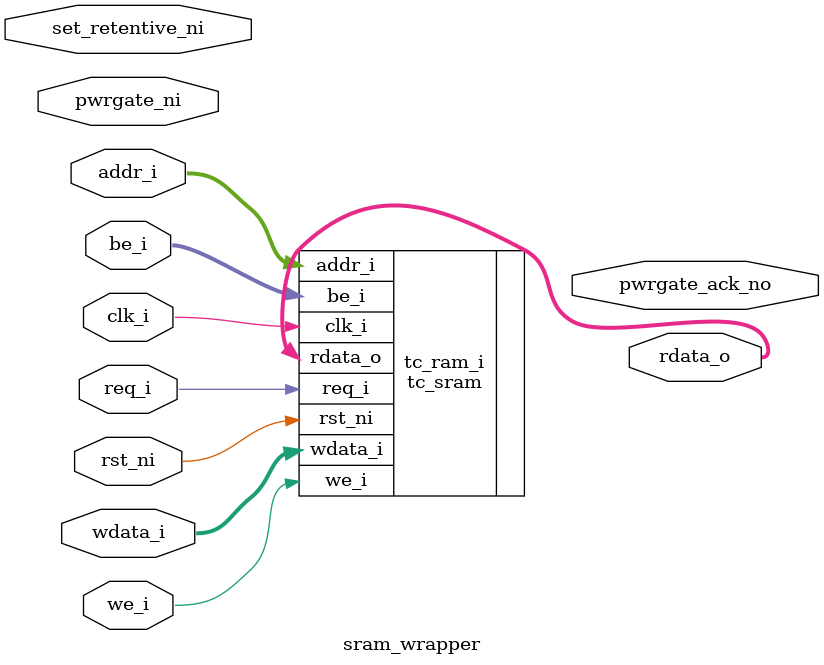
<source format=sv>

module sram_wrapper #(
    parameter int unsigned NumWords = 32'd1024,  // Number of Words in data array
    parameter int unsigned DataWidth = 32'd32,  // Data signal width
    // DEPENDENT PARAMETERS, DO NOT OVERWRITE!
    parameter int unsigned AddrWidth = (NumWords > 32'd1) ? $clog2(NumWords) : 32'd1
) (
    input logic clk_i,
    input logic rst_ni,
    // input ports
    input logic req_i,
    input logic we_i,
    input logic [AddrWidth-1:0] addr_i,
    input logic [31:0] wdata_i,
    input logic [3:0] be_i,
    // power manager signals that goes to the ASIC macros
    input logic pwrgate_ni,
    output logic pwrgate_ack_no,
    input logic set_retentive_ni,
    // output ports
    output logic [31:0] rdata_o
);

  tc_sram #(
      .NumWords (NumWords),
      .DataWidth(DataWidth),
      .NumPorts (32'd1)
  ) tc_ram_i (
      .clk_i  (clk_i),
      .rst_ni (rst_ni),
      .req_i  (req_i),
      .we_i   (we_i),
      .addr_i (addr_i),
      .wdata_i(wdata_i),
      .be_i   (be_i),
      // output ports
      .rdata_o(rdata_o)
  );

endmodule

</source>
